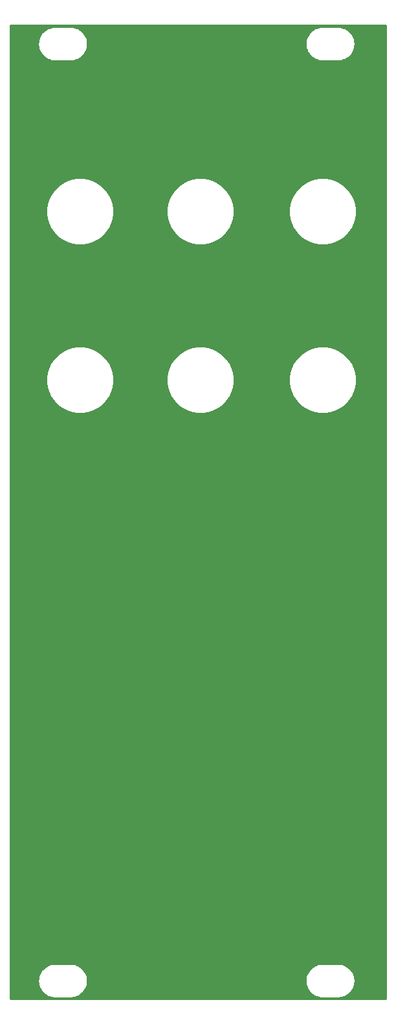
<source format=gbr>
G04 #@! TF.GenerationSoftware,KiCad,Pcbnew,(5.1.5-0)*
G04 #@! TF.CreationDate,2021-01-08T11:50:31-08:00*
G04 #@! TF.ProjectId,duallpg,6475616c-6c70-4672-9e6b-696361645f70,rev?*
G04 #@! TF.SameCoordinates,Original*
G04 #@! TF.FileFunction,Copper,L1,Top*
G04 #@! TF.FilePolarity,Positive*
%FSLAX46Y46*%
G04 Gerber Fmt 4.6, Leading zero omitted, Abs format (unit mm)*
G04 Created by KiCad (PCBNEW (5.1.5-0)) date 2021-01-08 11:50:31*
%MOMM*%
%LPD*%
G04 APERTURE LIST*
%ADD10C,6.100000*%
%ADD11C,0.254000*%
G04 APERTURE END LIST*
D10*
X143250000Y-5000000D03*
X131250000Y-5000000D03*
X119250000Y-5000000D03*
X107250000Y-5000000D03*
X107250000Y11000000D03*
X119250000Y11000000D03*
X131250000Y11000000D03*
X143250000Y11000000D03*
D11*
G36*
X149740001Y-27840000D02*
G01*
X100660000Y-27840000D01*
X100660000Y-25451353D01*
X104242755Y-25451353D01*
X104243173Y-25511171D01*
X104242755Y-25570988D01*
X104243655Y-25580160D01*
X104276296Y-25890715D01*
X104288320Y-25949291D01*
X104299532Y-26008070D01*
X104302196Y-26016892D01*
X104394535Y-26315192D01*
X104417715Y-26370335D01*
X104440124Y-26425800D01*
X104444451Y-26433937D01*
X104592972Y-26708621D01*
X104626417Y-26758205D01*
X104659177Y-26808268D01*
X104665001Y-26815409D01*
X104864047Y-27056013D01*
X104906482Y-27098154D01*
X104948346Y-27140903D01*
X104955446Y-27146777D01*
X105197435Y-27344138D01*
X105247259Y-27377241D01*
X105296615Y-27411036D01*
X105304721Y-27415419D01*
X105580435Y-27562019D01*
X105635704Y-27584799D01*
X105690724Y-27608381D01*
X105699527Y-27611105D01*
X105998465Y-27701359D01*
X106057138Y-27712976D01*
X106115655Y-27725415D01*
X106124820Y-27726378D01*
X106435594Y-27756850D01*
X106435598Y-27756850D01*
X106467581Y-27760000D01*
X108532419Y-27760000D01*
X108565986Y-27756694D01*
X108586744Y-27756694D01*
X108595909Y-27755731D01*
X108906228Y-27720923D01*
X108964731Y-27708487D01*
X109023419Y-27696867D01*
X109032222Y-27694142D01*
X109329870Y-27599723D01*
X109384792Y-27576183D01*
X109440159Y-27553363D01*
X109448265Y-27548979D01*
X109721904Y-27398544D01*
X109771217Y-27364779D01*
X109821088Y-27331645D01*
X109828188Y-27325770D01*
X110067397Y-27125049D01*
X110109241Y-27082320D01*
X110151694Y-27040162D01*
X110157519Y-27033020D01*
X110353185Y-26789660D01*
X110385938Y-26739608D01*
X110419391Y-26690013D01*
X110423714Y-26681881D01*
X110423717Y-26681877D01*
X110423719Y-26681873D01*
X110568388Y-26405146D01*
X110590785Y-26349711D01*
X110613978Y-26294539D01*
X110616641Y-26285717D01*
X110704807Y-25986156D01*
X110716007Y-25927440D01*
X110728045Y-25868798D01*
X110728944Y-25859627D01*
X110757245Y-25548647D01*
X110756827Y-25488830D01*
X110757088Y-25451353D01*
X139242755Y-25451353D01*
X139243173Y-25511171D01*
X139242755Y-25570988D01*
X139243655Y-25580160D01*
X139276296Y-25890715D01*
X139288320Y-25949291D01*
X139299532Y-26008070D01*
X139302196Y-26016892D01*
X139394535Y-26315192D01*
X139417715Y-26370335D01*
X139440124Y-26425800D01*
X139444451Y-26433937D01*
X139592972Y-26708621D01*
X139626417Y-26758205D01*
X139659177Y-26808268D01*
X139665001Y-26815409D01*
X139864047Y-27056013D01*
X139906482Y-27098154D01*
X139948346Y-27140903D01*
X139955446Y-27146777D01*
X140197435Y-27344138D01*
X140247259Y-27377241D01*
X140296615Y-27411036D01*
X140304721Y-27415419D01*
X140580435Y-27562019D01*
X140635704Y-27584799D01*
X140690724Y-27608381D01*
X140699527Y-27611105D01*
X140998465Y-27701359D01*
X141057138Y-27712976D01*
X141115655Y-27725415D01*
X141124820Y-27726378D01*
X141435594Y-27756850D01*
X141435598Y-27756850D01*
X141467581Y-27760000D01*
X143532419Y-27760000D01*
X143565986Y-27756694D01*
X143586744Y-27756694D01*
X143595909Y-27755731D01*
X143906228Y-27720923D01*
X143964731Y-27708487D01*
X144023419Y-27696867D01*
X144032222Y-27694142D01*
X144329870Y-27599723D01*
X144384792Y-27576183D01*
X144440159Y-27553363D01*
X144448265Y-27548979D01*
X144721904Y-27398544D01*
X144771217Y-27364779D01*
X144821088Y-27331645D01*
X144828188Y-27325770D01*
X145067397Y-27125049D01*
X145109241Y-27082320D01*
X145151694Y-27040162D01*
X145157519Y-27033020D01*
X145353185Y-26789660D01*
X145385938Y-26739608D01*
X145419391Y-26690013D01*
X145423714Y-26681881D01*
X145423717Y-26681877D01*
X145423719Y-26681873D01*
X145568388Y-26405146D01*
X145590785Y-26349711D01*
X145613978Y-26294539D01*
X145616641Y-26285717D01*
X145704807Y-25986156D01*
X145716007Y-25927440D01*
X145728045Y-25868798D01*
X145728944Y-25859627D01*
X145757245Y-25548647D01*
X145756827Y-25488830D01*
X145757245Y-25429012D01*
X145756345Y-25419841D01*
X145723704Y-25109285D01*
X145711680Y-25050709D01*
X145700468Y-24991930D01*
X145697804Y-24983108D01*
X145605465Y-24684808D01*
X145582280Y-24629653D01*
X145559876Y-24574200D01*
X145555549Y-24566064D01*
X145555549Y-24566063D01*
X145555546Y-24566059D01*
X145407028Y-24291379D01*
X145373583Y-24241795D01*
X145340823Y-24191732D01*
X145334999Y-24184591D01*
X145135954Y-23943987D01*
X145093535Y-23901863D01*
X145051655Y-23859097D01*
X145044554Y-23853223D01*
X144802565Y-23655862D01*
X144752741Y-23622759D01*
X144703385Y-23588964D01*
X144695279Y-23584581D01*
X144419566Y-23437981D01*
X144364269Y-23415189D01*
X144309275Y-23391619D01*
X144300472Y-23388895D01*
X144001535Y-23298641D01*
X143942862Y-23287024D01*
X143884345Y-23274585D01*
X143875180Y-23273622D01*
X143564405Y-23243150D01*
X143564402Y-23243150D01*
X143532419Y-23240000D01*
X141467581Y-23240000D01*
X141434014Y-23243306D01*
X141413256Y-23243306D01*
X141404091Y-23244269D01*
X141093771Y-23279077D01*
X141035298Y-23291506D01*
X140976581Y-23303132D01*
X140967778Y-23305858D01*
X140670130Y-23400277D01*
X140615147Y-23423843D01*
X140559841Y-23446638D01*
X140551735Y-23451021D01*
X140278095Y-23601456D01*
X140228748Y-23635245D01*
X140178913Y-23668355D01*
X140171812Y-23674229D01*
X139932603Y-23874951D01*
X139890759Y-23917681D01*
X139848305Y-23959839D01*
X139842481Y-23966980D01*
X139646814Y-24210340D01*
X139614055Y-24260400D01*
X139580609Y-24309986D01*
X139576283Y-24318123D01*
X139431612Y-24594854D01*
X139409215Y-24650289D01*
X139386022Y-24705461D01*
X139383359Y-24714283D01*
X139295193Y-25013844D01*
X139283993Y-25072560D01*
X139271955Y-25131202D01*
X139271056Y-25140373D01*
X139242755Y-25451353D01*
X110757088Y-25451353D01*
X110757245Y-25429012D01*
X110756345Y-25419841D01*
X110723704Y-25109285D01*
X110711680Y-25050709D01*
X110700468Y-24991930D01*
X110697804Y-24983108D01*
X110605465Y-24684808D01*
X110582280Y-24629653D01*
X110559876Y-24574200D01*
X110555549Y-24566064D01*
X110555549Y-24566063D01*
X110555546Y-24566059D01*
X110407028Y-24291379D01*
X110373583Y-24241795D01*
X110340823Y-24191732D01*
X110334999Y-24184591D01*
X110135954Y-23943987D01*
X110093535Y-23901863D01*
X110051655Y-23859097D01*
X110044554Y-23853223D01*
X109802565Y-23655862D01*
X109752741Y-23622759D01*
X109703385Y-23588964D01*
X109695279Y-23584581D01*
X109419566Y-23437981D01*
X109364269Y-23415189D01*
X109309275Y-23391619D01*
X109300472Y-23388895D01*
X109001535Y-23298641D01*
X108942862Y-23287024D01*
X108884345Y-23274585D01*
X108875180Y-23273622D01*
X108564405Y-23243150D01*
X108564402Y-23243150D01*
X108532419Y-23240000D01*
X106467581Y-23240000D01*
X106434014Y-23243306D01*
X106413256Y-23243306D01*
X106404091Y-23244269D01*
X106093771Y-23279077D01*
X106035298Y-23291506D01*
X105976581Y-23303132D01*
X105967778Y-23305858D01*
X105670130Y-23400277D01*
X105615147Y-23423843D01*
X105559841Y-23446638D01*
X105551735Y-23451021D01*
X105278095Y-23601456D01*
X105228748Y-23635245D01*
X105178913Y-23668355D01*
X105171812Y-23674229D01*
X104932603Y-23874951D01*
X104890759Y-23917681D01*
X104848305Y-23959839D01*
X104842481Y-23966980D01*
X104646814Y-24210340D01*
X104614055Y-24260400D01*
X104580609Y-24309986D01*
X104576283Y-24318123D01*
X104431612Y-24594854D01*
X104409215Y-24650289D01*
X104386022Y-24705461D01*
X104383359Y-24714283D01*
X104295193Y-25013844D01*
X104283993Y-25072560D01*
X104271955Y-25131202D01*
X104271056Y-25140373D01*
X104242755Y-25451353D01*
X100660000Y-25451353D01*
X100660000Y53434216D01*
X105341332Y53434216D01*
X105341332Y52565784D01*
X105510754Y51714039D01*
X105843089Y50911712D01*
X106325564Y50189638D01*
X106939638Y49575564D01*
X107661712Y49093089D01*
X108464039Y48760754D01*
X109315784Y48591332D01*
X110184216Y48591332D01*
X111035961Y48760754D01*
X111838288Y49093089D01*
X112560362Y49575564D01*
X113174436Y50189638D01*
X113656911Y50911712D01*
X113989246Y51714039D01*
X114158668Y52565784D01*
X114158668Y53434216D01*
X121091332Y53434216D01*
X121091332Y52565784D01*
X121260754Y51714039D01*
X121593089Y50911712D01*
X122075564Y50189638D01*
X122689638Y49575564D01*
X123411712Y49093089D01*
X124214039Y48760754D01*
X125065784Y48591332D01*
X125934216Y48591332D01*
X126785961Y48760754D01*
X127588288Y49093089D01*
X128310362Y49575564D01*
X128924436Y50189638D01*
X129406911Y50911712D01*
X129739246Y51714039D01*
X129908668Y52565784D01*
X129908668Y53434216D01*
X137091332Y53434216D01*
X137091332Y52565784D01*
X137260754Y51714039D01*
X137593089Y50911712D01*
X138075564Y50189638D01*
X138689638Y49575564D01*
X139411712Y49093089D01*
X140214039Y48760754D01*
X141065784Y48591332D01*
X141934216Y48591332D01*
X142785961Y48760754D01*
X143588288Y49093089D01*
X144310362Y49575564D01*
X144924436Y50189638D01*
X145406911Y50911712D01*
X145739246Y51714039D01*
X145908668Y52565784D01*
X145908668Y53434216D01*
X145739246Y54285961D01*
X145406911Y55088288D01*
X144924436Y55810362D01*
X144310362Y56424436D01*
X143588288Y56906911D01*
X142785961Y57239246D01*
X141934216Y57408668D01*
X141065784Y57408668D01*
X140214039Y57239246D01*
X139411712Y56906911D01*
X138689638Y56424436D01*
X138075564Y55810362D01*
X137593089Y55088288D01*
X137260754Y54285961D01*
X137091332Y53434216D01*
X129908668Y53434216D01*
X129739246Y54285961D01*
X129406911Y55088288D01*
X128924436Y55810362D01*
X128310362Y56424436D01*
X127588288Y56906911D01*
X126785961Y57239246D01*
X125934216Y57408668D01*
X125065784Y57408668D01*
X124214039Y57239246D01*
X123411712Y56906911D01*
X122689638Y56424436D01*
X122075564Y55810362D01*
X121593089Y55088288D01*
X121260754Y54285961D01*
X121091332Y53434216D01*
X114158668Y53434216D01*
X113989246Y54285961D01*
X113656911Y55088288D01*
X113174436Y55810362D01*
X112560362Y56424436D01*
X111838288Y56906911D01*
X111035961Y57239246D01*
X110184216Y57408668D01*
X109315784Y57408668D01*
X108464039Y57239246D01*
X107661712Y56906911D01*
X106939638Y56424436D01*
X106325564Y55810362D01*
X105843089Y55088288D01*
X105510754Y54285961D01*
X105341332Y53434216D01*
X100660000Y53434216D01*
X100660000Y75434216D01*
X105341332Y75434216D01*
X105341332Y74565784D01*
X105510754Y73714039D01*
X105843089Y72911712D01*
X106325564Y72189638D01*
X106939638Y71575564D01*
X107661712Y71093089D01*
X108464039Y70760754D01*
X109315784Y70591332D01*
X110184216Y70591332D01*
X111035961Y70760754D01*
X111838288Y71093089D01*
X112560362Y71575564D01*
X113174436Y72189638D01*
X113656911Y72911712D01*
X113989246Y73714039D01*
X114158668Y74565784D01*
X114158668Y75434216D01*
X121091332Y75434216D01*
X121091332Y74565784D01*
X121260754Y73714039D01*
X121593089Y72911712D01*
X122075564Y72189638D01*
X122689638Y71575564D01*
X123411712Y71093089D01*
X124214039Y70760754D01*
X125065784Y70591332D01*
X125934216Y70591332D01*
X126785961Y70760754D01*
X127588288Y71093089D01*
X128310362Y71575564D01*
X128924436Y72189638D01*
X129406911Y72911712D01*
X129739246Y73714039D01*
X129908668Y74565784D01*
X129908668Y75434216D01*
X137091332Y75434216D01*
X137091332Y74565784D01*
X137260754Y73714039D01*
X137593089Y72911712D01*
X138075564Y72189638D01*
X138689638Y71575564D01*
X139411712Y71093089D01*
X140214039Y70760754D01*
X141065784Y70591332D01*
X141934216Y70591332D01*
X142785961Y70760754D01*
X143588288Y71093089D01*
X144310362Y71575564D01*
X144924436Y72189638D01*
X145406911Y72911712D01*
X145739246Y73714039D01*
X145908668Y74565784D01*
X145908668Y75434216D01*
X145739246Y76285961D01*
X145406911Y77088288D01*
X144924436Y77810362D01*
X144310362Y78424436D01*
X143588288Y78906911D01*
X142785961Y79239246D01*
X141934216Y79408668D01*
X141065784Y79408668D01*
X140214039Y79239246D01*
X139411712Y78906911D01*
X138689638Y78424436D01*
X138075564Y77810362D01*
X137593089Y77088288D01*
X137260754Y76285961D01*
X137091332Y75434216D01*
X129908668Y75434216D01*
X129739246Y76285961D01*
X129406911Y77088288D01*
X128924436Y77810362D01*
X128310362Y78424436D01*
X127588288Y78906911D01*
X126785961Y79239246D01*
X125934216Y79408668D01*
X125065784Y79408668D01*
X124214039Y79239246D01*
X123411712Y78906911D01*
X122689638Y78424436D01*
X122075564Y77810362D01*
X121593089Y77088288D01*
X121260754Y76285961D01*
X121091332Y75434216D01*
X114158668Y75434216D01*
X113989246Y76285961D01*
X113656911Y77088288D01*
X113174436Y77810362D01*
X112560362Y78424436D01*
X111838288Y78906911D01*
X111035961Y79239246D01*
X110184216Y79408668D01*
X109315784Y79408668D01*
X108464039Y79239246D01*
X107661712Y78906911D01*
X106939638Y78424436D01*
X106325564Y77810362D01*
X105843089Y77088288D01*
X105510754Y76285961D01*
X105341332Y75434216D01*
X100660000Y75434216D01*
X100660000Y96948647D01*
X104242755Y96948647D01*
X104243173Y96888829D01*
X104242755Y96829012D01*
X104243655Y96819840D01*
X104276296Y96509285D01*
X104288320Y96450709D01*
X104299532Y96391930D01*
X104302196Y96383108D01*
X104394535Y96084808D01*
X104417715Y96029665D01*
X104440124Y95974200D01*
X104444451Y95966063D01*
X104592972Y95691379D01*
X104626417Y95641795D01*
X104659177Y95591732D01*
X104665001Y95584591D01*
X104864047Y95343987D01*
X104906482Y95301846D01*
X104948346Y95259097D01*
X104955446Y95253223D01*
X105197435Y95055862D01*
X105247259Y95022759D01*
X105296615Y94988964D01*
X105304721Y94984581D01*
X105580435Y94837981D01*
X105635704Y94815201D01*
X105690724Y94791619D01*
X105699527Y94788895D01*
X105998465Y94698641D01*
X106057138Y94687024D01*
X106115655Y94674585D01*
X106124820Y94673622D01*
X106435594Y94643150D01*
X106435598Y94643150D01*
X106467581Y94640000D01*
X108532419Y94640000D01*
X108565986Y94643306D01*
X108586744Y94643306D01*
X108595909Y94644269D01*
X108906228Y94679077D01*
X108964731Y94691513D01*
X109023419Y94703133D01*
X109032222Y94705858D01*
X109329870Y94800277D01*
X109384792Y94823817D01*
X109440159Y94846637D01*
X109448265Y94851021D01*
X109721904Y95001456D01*
X109771217Y95035221D01*
X109821088Y95068355D01*
X109828188Y95074230D01*
X110067397Y95274951D01*
X110109241Y95317680D01*
X110151694Y95359838D01*
X110157519Y95366980D01*
X110353185Y95610340D01*
X110385938Y95660392D01*
X110419391Y95709987D01*
X110423714Y95718119D01*
X110423717Y95718123D01*
X110423719Y95718127D01*
X110568388Y95994854D01*
X110590785Y96050289D01*
X110613978Y96105461D01*
X110616641Y96114283D01*
X110704807Y96413844D01*
X110716007Y96472560D01*
X110728045Y96531202D01*
X110728944Y96540373D01*
X110757245Y96851353D01*
X110756827Y96911171D01*
X110757088Y96948647D01*
X139242755Y96948647D01*
X139243173Y96888829D01*
X139242755Y96829012D01*
X139243655Y96819840D01*
X139276296Y96509285D01*
X139288320Y96450709D01*
X139299532Y96391930D01*
X139302196Y96383108D01*
X139394535Y96084808D01*
X139417715Y96029665D01*
X139440124Y95974200D01*
X139444451Y95966063D01*
X139592972Y95691379D01*
X139626417Y95641795D01*
X139659177Y95591732D01*
X139665001Y95584591D01*
X139864047Y95343987D01*
X139906482Y95301846D01*
X139948346Y95259097D01*
X139955446Y95253223D01*
X140197435Y95055862D01*
X140247259Y95022759D01*
X140296615Y94988964D01*
X140304721Y94984581D01*
X140580435Y94837981D01*
X140635704Y94815201D01*
X140690724Y94791619D01*
X140699527Y94788895D01*
X140998465Y94698641D01*
X141057138Y94687024D01*
X141115655Y94674585D01*
X141124820Y94673622D01*
X141435594Y94643150D01*
X141435598Y94643150D01*
X141467581Y94640000D01*
X143532419Y94640000D01*
X143565986Y94643306D01*
X143586744Y94643306D01*
X143595909Y94644269D01*
X143906228Y94679077D01*
X143964731Y94691513D01*
X144023419Y94703133D01*
X144032222Y94705858D01*
X144329870Y94800277D01*
X144384792Y94823817D01*
X144440159Y94846637D01*
X144448265Y94851021D01*
X144721904Y95001456D01*
X144771217Y95035221D01*
X144821088Y95068355D01*
X144828188Y95074230D01*
X145067397Y95274951D01*
X145109241Y95317680D01*
X145151694Y95359838D01*
X145157519Y95366980D01*
X145353185Y95610340D01*
X145385938Y95660392D01*
X145419391Y95709987D01*
X145423714Y95718119D01*
X145423717Y95718123D01*
X145423719Y95718127D01*
X145568388Y95994854D01*
X145590785Y96050289D01*
X145613978Y96105461D01*
X145616641Y96114283D01*
X145704807Y96413844D01*
X145716007Y96472560D01*
X145728045Y96531202D01*
X145728944Y96540373D01*
X145757245Y96851353D01*
X145756827Y96911170D01*
X145757245Y96970988D01*
X145756345Y96980159D01*
X145723704Y97290715D01*
X145711680Y97349291D01*
X145700468Y97408070D01*
X145697804Y97416892D01*
X145605465Y97715192D01*
X145582280Y97770347D01*
X145559876Y97825800D01*
X145555549Y97833936D01*
X145555549Y97833937D01*
X145555546Y97833941D01*
X145407028Y98108621D01*
X145373583Y98158205D01*
X145340823Y98208268D01*
X145334999Y98215409D01*
X145135954Y98456013D01*
X145093535Y98498137D01*
X145051655Y98540903D01*
X145044554Y98546777D01*
X144802565Y98744138D01*
X144752741Y98777241D01*
X144703385Y98811036D01*
X144695279Y98815419D01*
X144419566Y98962019D01*
X144364269Y98984811D01*
X144309275Y99008381D01*
X144300472Y99011105D01*
X144001535Y99101359D01*
X143942862Y99112976D01*
X143884345Y99125415D01*
X143875180Y99126378D01*
X143564405Y99156850D01*
X143564402Y99156850D01*
X143532419Y99160000D01*
X141467581Y99160000D01*
X141434014Y99156694D01*
X141413256Y99156694D01*
X141404091Y99155731D01*
X141093771Y99120923D01*
X141035298Y99108494D01*
X140976581Y99096868D01*
X140967778Y99094142D01*
X140670130Y98999723D01*
X140615147Y98976157D01*
X140559841Y98953362D01*
X140551735Y98948979D01*
X140278095Y98798544D01*
X140228748Y98764755D01*
X140178913Y98731645D01*
X140171812Y98725771D01*
X139932603Y98525049D01*
X139890759Y98482319D01*
X139848305Y98440161D01*
X139842481Y98433020D01*
X139646814Y98189660D01*
X139614055Y98139600D01*
X139580609Y98090014D01*
X139576283Y98081877D01*
X139431612Y97805146D01*
X139409215Y97749711D01*
X139386022Y97694539D01*
X139383359Y97685717D01*
X139295193Y97386156D01*
X139283993Y97327440D01*
X139271955Y97268798D01*
X139271056Y97259627D01*
X139242755Y96948647D01*
X110757088Y96948647D01*
X110757245Y96970988D01*
X110756345Y96980159D01*
X110723704Y97290715D01*
X110711680Y97349291D01*
X110700468Y97408070D01*
X110697804Y97416892D01*
X110605465Y97715192D01*
X110582280Y97770347D01*
X110559876Y97825800D01*
X110555549Y97833936D01*
X110555549Y97833937D01*
X110555546Y97833941D01*
X110407028Y98108621D01*
X110373583Y98158205D01*
X110340823Y98208268D01*
X110334999Y98215409D01*
X110135954Y98456013D01*
X110093535Y98498137D01*
X110051655Y98540903D01*
X110044554Y98546777D01*
X109802565Y98744138D01*
X109752741Y98777241D01*
X109703385Y98811036D01*
X109695279Y98815419D01*
X109419566Y98962019D01*
X109364269Y98984811D01*
X109309275Y99008381D01*
X109300472Y99011105D01*
X109001535Y99101359D01*
X108942862Y99112976D01*
X108884345Y99125415D01*
X108875180Y99126378D01*
X108564405Y99156850D01*
X108564402Y99156850D01*
X108532419Y99160000D01*
X106467581Y99160000D01*
X106434014Y99156694D01*
X106413256Y99156694D01*
X106404091Y99155731D01*
X106093771Y99120923D01*
X106035298Y99108494D01*
X105976581Y99096868D01*
X105967778Y99094142D01*
X105670130Y98999723D01*
X105615147Y98976157D01*
X105559841Y98953362D01*
X105551735Y98948979D01*
X105278095Y98798544D01*
X105228748Y98764755D01*
X105178913Y98731645D01*
X105171812Y98725771D01*
X104932603Y98525049D01*
X104890759Y98482319D01*
X104848305Y98440161D01*
X104842481Y98433020D01*
X104646814Y98189660D01*
X104614055Y98139600D01*
X104580609Y98090014D01*
X104576283Y98081877D01*
X104431612Y97805146D01*
X104409215Y97749711D01*
X104386022Y97694539D01*
X104383359Y97685717D01*
X104295193Y97386156D01*
X104283993Y97327440D01*
X104271955Y97268798D01*
X104271056Y97259627D01*
X104242755Y96948647D01*
X100660000Y96948647D01*
X100660000Y99340000D01*
X149740000Y99340000D01*
X149740001Y-27840000D01*
G37*
X149740001Y-27840000D02*
X100660000Y-27840000D01*
X100660000Y-25451353D01*
X104242755Y-25451353D01*
X104243173Y-25511171D01*
X104242755Y-25570988D01*
X104243655Y-25580160D01*
X104276296Y-25890715D01*
X104288320Y-25949291D01*
X104299532Y-26008070D01*
X104302196Y-26016892D01*
X104394535Y-26315192D01*
X104417715Y-26370335D01*
X104440124Y-26425800D01*
X104444451Y-26433937D01*
X104592972Y-26708621D01*
X104626417Y-26758205D01*
X104659177Y-26808268D01*
X104665001Y-26815409D01*
X104864047Y-27056013D01*
X104906482Y-27098154D01*
X104948346Y-27140903D01*
X104955446Y-27146777D01*
X105197435Y-27344138D01*
X105247259Y-27377241D01*
X105296615Y-27411036D01*
X105304721Y-27415419D01*
X105580435Y-27562019D01*
X105635704Y-27584799D01*
X105690724Y-27608381D01*
X105699527Y-27611105D01*
X105998465Y-27701359D01*
X106057138Y-27712976D01*
X106115655Y-27725415D01*
X106124820Y-27726378D01*
X106435594Y-27756850D01*
X106435598Y-27756850D01*
X106467581Y-27760000D01*
X108532419Y-27760000D01*
X108565986Y-27756694D01*
X108586744Y-27756694D01*
X108595909Y-27755731D01*
X108906228Y-27720923D01*
X108964731Y-27708487D01*
X109023419Y-27696867D01*
X109032222Y-27694142D01*
X109329870Y-27599723D01*
X109384792Y-27576183D01*
X109440159Y-27553363D01*
X109448265Y-27548979D01*
X109721904Y-27398544D01*
X109771217Y-27364779D01*
X109821088Y-27331645D01*
X109828188Y-27325770D01*
X110067397Y-27125049D01*
X110109241Y-27082320D01*
X110151694Y-27040162D01*
X110157519Y-27033020D01*
X110353185Y-26789660D01*
X110385938Y-26739608D01*
X110419391Y-26690013D01*
X110423714Y-26681881D01*
X110423717Y-26681877D01*
X110423719Y-26681873D01*
X110568388Y-26405146D01*
X110590785Y-26349711D01*
X110613978Y-26294539D01*
X110616641Y-26285717D01*
X110704807Y-25986156D01*
X110716007Y-25927440D01*
X110728045Y-25868798D01*
X110728944Y-25859627D01*
X110757245Y-25548647D01*
X110756827Y-25488830D01*
X110757088Y-25451353D01*
X139242755Y-25451353D01*
X139243173Y-25511171D01*
X139242755Y-25570988D01*
X139243655Y-25580160D01*
X139276296Y-25890715D01*
X139288320Y-25949291D01*
X139299532Y-26008070D01*
X139302196Y-26016892D01*
X139394535Y-26315192D01*
X139417715Y-26370335D01*
X139440124Y-26425800D01*
X139444451Y-26433937D01*
X139592972Y-26708621D01*
X139626417Y-26758205D01*
X139659177Y-26808268D01*
X139665001Y-26815409D01*
X139864047Y-27056013D01*
X139906482Y-27098154D01*
X139948346Y-27140903D01*
X139955446Y-27146777D01*
X140197435Y-27344138D01*
X140247259Y-27377241D01*
X140296615Y-27411036D01*
X140304721Y-27415419D01*
X140580435Y-27562019D01*
X140635704Y-27584799D01*
X140690724Y-27608381D01*
X140699527Y-27611105D01*
X140998465Y-27701359D01*
X141057138Y-27712976D01*
X141115655Y-27725415D01*
X141124820Y-27726378D01*
X141435594Y-27756850D01*
X141435598Y-27756850D01*
X141467581Y-27760000D01*
X143532419Y-27760000D01*
X143565986Y-27756694D01*
X143586744Y-27756694D01*
X143595909Y-27755731D01*
X143906228Y-27720923D01*
X143964731Y-27708487D01*
X144023419Y-27696867D01*
X144032222Y-27694142D01*
X144329870Y-27599723D01*
X144384792Y-27576183D01*
X144440159Y-27553363D01*
X144448265Y-27548979D01*
X144721904Y-27398544D01*
X144771217Y-27364779D01*
X144821088Y-27331645D01*
X144828188Y-27325770D01*
X145067397Y-27125049D01*
X145109241Y-27082320D01*
X145151694Y-27040162D01*
X145157519Y-27033020D01*
X145353185Y-26789660D01*
X145385938Y-26739608D01*
X145419391Y-26690013D01*
X145423714Y-26681881D01*
X145423717Y-26681877D01*
X145423719Y-26681873D01*
X145568388Y-26405146D01*
X145590785Y-26349711D01*
X145613978Y-26294539D01*
X145616641Y-26285717D01*
X145704807Y-25986156D01*
X145716007Y-25927440D01*
X145728045Y-25868798D01*
X145728944Y-25859627D01*
X145757245Y-25548647D01*
X145756827Y-25488830D01*
X145757245Y-25429012D01*
X145756345Y-25419841D01*
X145723704Y-25109285D01*
X145711680Y-25050709D01*
X145700468Y-24991930D01*
X145697804Y-24983108D01*
X145605465Y-24684808D01*
X145582280Y-24629653D01*
X145559876Y-24574200D01*
X145555549Y-24566064D01*
X145555549Y-24566063D01*
X145555546Y-24566059D01*
X145407028Y-24291379D01*
X145373583Y-24241795D01*
X145340823Y-24191732D01*
X145334999Y-24184591D01*
X145135954Y-23943987D01*
X145093535Y-23901863D01*
X145051655Y-23859097D01*
X145044554Y-23853223D01*
X144802565Y-23655862D01*
X144752741Y-23622759D01*
X144703385Y-23588964D01*
X144695279Y-23584581D01*
X144419566Y-23437981D01*
X144364269Y-23415189D01*
X144309275Y-23391619D01*
X144300472Y-23388895D01*
X144001535Y-23298641D01*
X143942862Y-23287024D01*
X143884345Y-23274585D01*
X143875180Y-23273622D01*
X143564405Y-23243150D01*
X143564402Y-23243150D01*
X143532419Y-23240000D01*
X141467581Y-23240000D01*
X141434014Y-23243306D01*
X141413256Y-23243306D01*
X141404091Y-23244269D01*
X141093771Y-23279077D01*
X141035298Y-23291506D01*
X140976581Y-23303132D01*
X140967778Y-23305858D01*
X140670130Y-23400277D01*
X140615147Y-23423843D01*
X140559841Y-23446638D01*
X140551735Y-23451021D01*
X140278095Y-23601456D01*
X140228748Y-23635245D01*
X140178913Y-23668355D01*
X140171812Y-23674229D01*
X139932603Y-23874951D01*
X139890759Y-23917681D01*
X139848305Y-23959839D01*
X139842481Y-23966980D01*
X139646814Y-24210340D01*
X139614055Y-24260400D01*
X139580609Y-24309986D01*
X139576283Y-24318123D01*
X139431612Y-24594854D01*
X139409215Y-24650289D01*
X139386022Y-24705461D01*
X139383359Y-24714283D01*
X139295193Y-25013844D01*
X139283993Y-25072560D01*
X139271955Y-25131202D01*
X139271056Y-25140373D01*
X139242755Y-25451353D01*
X110757088Y-25451353D01*
X110757245Y-25429012D01*
X110756345Y-25419841D01*
X110723704Y-25109285D01*
X110711680Y-25050709D01*
X110700468Y-24991930D01*
X110697804Y-24983108D01*
X110605465Y-24684808D01*
X110582280Y-24629653D01*
X110559876Y-24574200D01*
X110555549Y-24566064D01*
X110555549Y-24566063D01*
X110555546Y-24566059D01*
X110407028Y-24291379D01*
X110373583Y-24241795D01*
X110340823Y-24191732D01*
X110334999Y-24184591D01*
X110135954Y-23943987D01*
X110093535Y-23901863D01*
X110051655Y-23859097D01*
X110044554Y-23853223D01*
X109802565Y-23655862D01*
X109752741Y-23622759D01*
X109703385Y-23588964D01*
X109695279Y-23584581D01*
X109419566Y-23437981D01*
X109364269Y-23415189D01*
X109309275Y-23391619D01*
X109300472Y-23388895D01*
X109001535Y-23298641D01*
X108942862Y-23287024D01*
X108884345Y-23274585D01*
X108875180Y-23273622D01*
X108564405Y-23243150D01*
X108564402Y-23243150D01*
X108532419Y-23240000D01*
X106467581Y-23240000D01*
X106434014Y-23243306D01*
X106413256Y-23243306D01*
X106404091Y-23244269D01*
X106093771Y-23279077D01*
X106035298Y-23291506D01*
X105976581Y-23303132D01*
X105967778Y-23305858D01*
X105670130Y-23400277D01*
X105615147Y-23423843D01*
X105559841Y-23446638D01*
X105551735Y-23451021D01*
X105278095Y-23601456D01*
X105228748Y-23635245D01*
X105178913Y-23668355D01*
X105171812Y-23674229D01*
X104932603Y-23874951D01*
X104890759Y-23917681D01*
X104848305Y-23959839D01*
X104842481Y-23966980D01*
X104646814Y-24210340D01*
X104614055Y-24260400D01*
X104580609Y-24309986D01*
X104576283Y-24318123D01*
X104431612Y-24594854D01*
X104409215Y-24650289D01*
X104386022Y-24705461D01*
X104383359Y-24714283D01*
X104295193Y-25013844D01*
X104283993Y-25072560D01*
X104271955Y-25131202D01*
X104271056Y-25140373D01*
X104242755Y-25451353D01*
X100660000Y-25451353D01*
X100660000Y53434216D01*
X105341332Y53434216D01*
X105341332Y52565784D01*
X105510754Y51714039D01*
X105843089Y50911712D01*
X106325564Y50189638D01*
X106939638Y49575564D01*
X107661712Y49093089D01*
X108464039Y48760754D01*
X109315784Y48591332D01*
X110184216Y48591332D01*
X111035961Y48760754D01*
X111838288Y49093089D01*
X112560362Y49575564D01*
X113174436Y50189638D01*
X113656911Y50911712D01*
X113989246Y51714039D01*
X114158668Y52565784D01*
X114158668Y53434216D01*
X121091332Y53434216D01*
X121091332Y52565784D01*
X121260754Y51714039D01*
X121593089Y50911712D01*
X122075564Y50189638D01*
X122689638Y49575564D01*
X123411712Y49093089D01*
X124214039Y48760754D01*
X125065784Y48591332D01*
X125934216Y48591332D01*
X126785961Y48760754D01*
X127588288Y49093089D01*
X128310362Y49575564D01*
X128924436Y50189638D01*
X129406911Y50911712D01*
X129739246Y51714039D01*
X129908668Y52565784D01*
X129908668Y53434216D01*
X137091332Y53434216D01*
X137091332Y52565784D01*
X137260754Y51714039D01*
X137593089Y50911712D01*
X138075564Y50189638D01*
X138689638Y49575564D01*
X139411712Y49093089D01*
X140214039Y48760754D01*
X141065784Y48591332D01*
X141934216Y48591332D01*
X142785961Y48760754D01*
X143588288Y49093089D01*
X144310362Y49575564D01*
X144924436Y50189638D01*
X145406911Y50911712D01*
X145739246Y51714039D01*
X145908668Y52565784D01*
X145908668Y53434216D01*
X145739246Y54285961D01*
X145406911Y55088288D01*
X144924436Y55810362D01*
X144310362Y56424436D01*
X143588288Y56906911D01*
X142785961Y57239246D01*
X141934216Y57408668D01*
X141065784Y57408668D01*
X140214039Y57239246D01*
X139411712Y56906911D01*
X138689638Y56424436D01*
X138075564Y55810362D01*
X137593089Y55088288D01*
X137260754Y54285961D01*
X137091332Y53434216D01*
X129908668Y53434216D01*
X129739246Y54285961D01*
X129406911Y55088288D01*
X128924436Y55810362D01*
X128310362Y56424436D01*
X127588288Y56906911D01*
X126785961Y57239246D01*
X125934216Y57408668D01*
X125065784Y57408668D01*
X124214039Y57239246D01*
X123411712Y56906911D01*
X122689638Y56424436D01*
X122075564Y55810362D01*
X121593089Y55088288D01*
X121260754Y54285961D01*
X121091332Y53434216D01*
X114158668Y53434216D01*
X113989246Y54285961D01*
X113656911Y55088288D01*
X113174436Y55810362D01*
X112560362Y56424436D01*
X111838288Y56906911D01*
X111035961Y57239246D01*
X110184216Y57408668D01*
X109315784Y57408668D01*
X108464039Y57239246D01*
X107661712Y56906911D01*
X106939638Y56424436D01*
X106325564Y55810362D01*
X105843089Y55088288D01*
X105510754Y54285961D01*
X105341332Y53434216D01*
X100660000Y53434216D01*
X100660000Y75434216D01*
X105341332Y75434216D01*
X105341332Y74565784D01*
X105510754Y73714039D01*
X105843089Y72911712D01*
X106325564Y72189638D01*
X106939638Y71575564D01*
X107661712Y71093089D01*
X108464039Y70760754D01*
X109315784Y70591332D01*
X110184216Y70591332D01*
X111035961Y70760754D01*
X111838288Y71093089D01*
X112560362Y71575564D01*
X113174436Y72189638D01*
X113656911Y72911712D01*
X113989246Y73714039D01*
X114158668Y74565784D01*
X114158668Y75434216D01*
X121091332Y75434216D01*
X121091332Y74565784D01*
X121260754Y73714039D01*
X121593089Y72911712D01*
X122075564Y72189638D01*
X122689638Y71575564D01*
X123411712Y71093089D01*
X124214039Y70760754D01*
X125065784Y70591332D01*
X125934216Y70591332D01*
X126785961Y70760754D01*
X127588288Y71093089D01*
X128310362Y71575564D01*
X128924436Y72189638D01*
X129406911Y72911712D01*
X129739246Y73714039D01*
X129908668Y74565784D01*
X129908668Y75434216D01*
X137091332Y75434216D01*
X137091332Y74565784D01*
X137260754Y73714039D01*
X137593089Y72911712D01*
X138075564Y72189638D01*
X138689638Y71575564D01*
X139411712Y71093089D01*
X140214039Y70760754D01*
X141065784Y70591332D01*
X141934216Y70591332D01*
X142785961Y70760754D01*
X143588288Y71093089D01*
X144310362Y71575564D01*
X144924436Y72189638D01*
X145406911Y72911712D01*
X145739246Y73714039D01*
X145908668Y74565784D01*
X145908668Y75434216D01*
X145739246Y76285961D01*
X145406911Y77088288D01*
X144924436Y77810362D01*
X144310362Y78424436D01*
X143588288Y78906911D01*
X142785961Y79239246D01*
X141934216Y79408668D01*
X141065784Y79408668D01*
X140214039Y79239246D01*
X139411712Y78906911D01*
X138689638Y78424436D01*
X138075564Y77810362D01*
X137593089Y77088288D01*
X137260754Y76285961D01*
X137091332Y75434216D01*
X129908668Y75434216D01*
X129739246Y76285961D01*
X129406911Y77088288D01*
X128924436Y77810362D01*
X128310362Y78424436D01*
X127588288Y78906911D01*
X126785961Y79239246D01*
X125934216Y79408668D01*
X125065784Y79408668D01*
X124214039Y79239246D01*
X123411712Y78906911D01*
X122689638Y78424436D01*
X122075564Y77810362D01*
X121593089Y77088288D01*
X121260754Y76285961D01*
X121091332Y75434216D01*
X114158668Y75434216D01*
X113989246Y76285961D01*
X113656911Y77088288D01*
X113174436Y77810362D01*
X112560362Y78424436D01*
X111838288Y78906911D01*
X111035961Y79239246D01*
X110184216Y79408668D01*
X109315784Y79408668D01*
X108464039Y79239246D01*
X107661712Y78906911D01*
X106939638Y78424436D01*
X106325564Y77810362D01*
X105843089Y77088288D01*
X105510754Y76285961D01*
X105341332Y75434216D01*
X100660000Y75434216D01*
X100660000Y96948647D01*
X104242755Y96948647D01*
X104243173Y96888829D01*
X104242755Y96829012D01*
X104243655Y96819840D01*
X104276296Y96509285D01*
X104288320Y96450709D01*
X104299532Y96391930D01*
X104302196Y96383108D01*
X104394535Y96084808D01*
X104417715Y96029665D01*
X104440124Y95974200D01*
X104444451Y95966063D01*
X104592972Y95691379D01*
X104626417Y95641795D01*
X104659177Y95591732D01*
X104665001Y95584591D01*
X104864047Y95343987D01*
X104906482Y95301846D01*
X104948346Y95259097D01*
X104955446Y95253223D01*
X105197435Y95055862D01*
X105247259Y95022759D01*
X105296615Y94988964D01*
X105304721Y94984581D01*
X105580435Y94837981D01*
X105635704Y94815201D01*
X105690724Y94791619D01*
X105699527Y94788895D01*
X105998465Y94698641D01*
X106057138Y94687024D01*
X106115655Y94674585D01*
X106124820Y94673622D01*
X106435594Y94643150D01*
X106435598Y94643150D01*
X106467581Y94640000D01*
X108532419Y94640000D01*
X108565986Y94643306D01*
X108586744Y94643306D01*
X108595909Y94644269D01*
X108906228Y94679077D01*
X108964731Y94691513D01*
X109023419Y94703133D01*
X109032222Y94705858D01*
X109329870Y94800277D01*
X109384792Y94823817D01*
X109440159Y94846637D01*
X109448265Y94851021D01*
X109721904Y95001456D01*
X109771217Y95035221D01*
X109821088Y95068355D01*
X109828188Y95074230D01*
X110067397Y95274951D01*
X110109241Y95317680D01*
X110151694Y95359838D01*
X110157519Y95366980D01*
X110353185Y95610340D01*
X110385938Y95660392D01*
X110419391Y95709987D01*
X110423714Y95718119D01*
X110423717Y95718123D01*
X110423719Y95718127D01*
X110568388Y95994854D01*
X110590785Y96050289D01*
X110613978Y96105461D01*
X110616641Y96114283D01*
X110704807Y96413844D01*
X110716007Y96472560D01*
X110728045Y96531202D01*
X110728944Y96540373D01*
X110757245Y96851353D01*
X110756827Y96911171D01*
X110757088Y96948647D01*
X139242755Y96948647D01*
X139243173Y96888829D01*
X139242755Y96829012D01*
X139243655Y96819840D01*
X139276296Y96509285D01*
X139288320Y96450709D01*
X139299532Y96391930D01*
X139302196Y96383108D01*
X139394535Y96084808D01*
X139417715Y96029665D01*
X139440124Y95974200D01*
X139444451Y95966063D01*
X139592972Y95691379D01*
X139626417Y95641795D01*
X139659177Y95591732D01*
X139665001Y95584591D01*
X139864047Y95343987D01*
X139906482Y95301846D01*
X139948346Y95259097D01*
X139955446Y95253223D01*
X140197435Y95055862D01*
X140247259Y95022759D01*
X140296615Y94988964D01*
X140304721Y94984581D01*
X140580435Y94837981D01*
X140635704Y94815201D01*
X140690724Y94791619D01*
X140699527Y94788895D01*
X140998465Y94698641D01*
X141057138Y94687024D01*
X141115655Y94674585D01*
X141124820Y94673622D01*
X141435594Y94643150D01*
X141435598Y94643150D01*
X141467581Y94640000D01*
X143532419Y94640000D01*
X143565986Y94643306D01*
X143586744Y94643306D01*
X143595909Y94644269D01*
X143906228Y94679077D01*
X143964731Y94691513D01*
X144023419Y94703133D01*
X144032222Y94705858D01*
X144329870Y94800277D01*
X144384792Y94823817D01*
X144440159Y94846637D01*
X144448265Y94851021D01*
X144721904Y95001456D01*
X144771217Y95035221D01*
X144821088Y95068355D01*
X144828188Y95074230D01*
X145067397Y95274951D01*
X145109241Y95317680D01*
X145151694Y95359838D01*
X145157519Y95366980D01*
X145353185Y95610340D01*
X145385938Y95660392D01*
X145419391Y95709987D01*
X145423714Y95718119D01*
X145423717Y95718123D01*
X145423719Y95718127D01*
X145568388Y95994854D01*
X145590785Y96050289D01*
X145613978Y96105461D01*
X145616641Y96114283D01*
X145704807Y96413844D01*
X145716007Y96472560D01*
X145728045Y96531202D01*
X145728944Y96540373D01*
X145757245Y96851353D01*
X145756827Y96911170D01*
X145757245Y96970988D01*
X145756345Y96980159D01*
X145723704Y97290715D01*
X145711680Y97349291D01*
X145700468Y97408070D01*
X145697804Y97416892D01*
X145605465Y97715192D01*
X145582280Y97770347D01*
X145559876Y97825800D01*
X145555549Y97833936D01*
X145555549Y97833937D01*
X145555546Y97833941D01*
X145407028Y98108621D01*
X145373583Y98158205D01*
X145340823Y98208268D01*
X145334999Y98215409D01*
X145135954Y98456013D01*
X145093535Y98498137D01*
X145051655Y98540903D01*
X145044554Y98546777D01*
X144802565Y98744138D01*
X144752741Y98777241D01*
X144703385Y98811036D01*
X144695279Y98815419D01*
X144419566Y98962019D01*
X144364269Y98984811D01*
X144309275Y99008381D01*
X144300472Y99011105D01*
X144001535Y99101359D01*
X143942862Y99112976D01*
X143884345Y99125415D01*
X143875180Y99126378D01*
X143564405Y99156850D01*
X143564402Y99156850D01*
X143532419Y99160000D01*
X141467581Y99160000D01*
X141434014Y99156694D01*
X141413256Y99156694D01*
X141404091Y99155731D01*
X141093771Y99120923D01*
X141035298Y99108494D01*
X140976581Y99096868D01*
X140967778Y99094142D01*
X140670130Y98999723D01*
X140615147Y98976157D01*
X140559841Y98953362D01*
X140551735Y98948979D01*
X140278095Y98798544D01*
X140228748Y98764755D01*
X140178913Y98731645D01*
X140171812Y98725771D01*
X139932603Y98525049D01*
X139890759Y98482319D01*
X139848305Y98440161D01*
X139842481Y98433020D01*
X139646814Y98189660D01*
X139614055Y98139600D01*
X139580609Y98090014D01*
X139576283Y98081877D01*
X139431612Y97805146D01*
X139409215Y97749711D01*
X139386022Y97694539D01*
X139383359Y97685717D01*
X139295193Y97386156D01*
X139283993Y97327440D01*
X139271955Y97268798D01*
X139271056Y97259627D01*
X139242755Y96948647D01*
X110757088Y96948647D01*
X110757245Y96970988D01*
X110756345Y96980159D01*
X110723704Y97290715D01*
X110711680Y97349291D01*
X110700468Y97408070D01*
X110697804Y97416892D01*
X110605465Y97715192D01*
X110582280Y97770347D01*
X110559876Y97825800D01*
X110555549Y97833936D01*
X110555549Y97833937D01*
X110555546Y97833941D01*
X110407028Y98108621D01*
X110373583Y98158205D01*
X110340823Y98208268D01*
X110334999Y98215409D01*
X110135954Y98456013D01*
X110093535Y98498137D01*
X110051655Y98540903D01*
X110044554Y98546777D01*
X109802565Y98744138D01*
X109752741Y98777241D01*
X109703385Y98811036D01*
X109695279Y98815419D01*
X109419566Y98962019D01*
X109364269Y98984811D01*
X109309275Y99008381D01*
X109300472Y99011105D01*
X109001535Y99101359D01*
X108942862Y99112976D01*
X108884345Y99125415D01*
X108875180Y99126378D01*
X108564405Y99156850D01*
X108564402Y99156850D01*
X108532419Y99160000D01*
X106467581Y99160000D01*
X106434014Y99156694D01*
X106413256Y99156694D01*
X106404091Y99155731D01*
X106093771Y99120923D01*
X106035298Y99108494D01*
X105976581Y99096868D01*
X105967778Y99094142D01*
X105670130Y98999723D01*
X105615147Y98976157D01*
X105559841Y98953362D01*
X105551735Y98948979D01*
X105278095Y98798544D01*
X105228748Y98764755D01*
X105178913Y98731645D01*
X105171812Y98725771D01*
X104932603Y98525049D01*
X104890759Y98482319D01*
X104848305Y98440161D01*
X104842481Y98433020D01*
X104646814Y98189660D01*
X104614055Y98139600D01*
X104580609Y98090014D01*
X104576283Y98081877D01*
X104431612Y97805146D01*
X104409215Y97749711D01*
X104386022Y97694539D01*
X104383359Y97685717D01*
X104295193Y97386156D01*
X104283993Y97327440D01*
X104271955Y97268798D01*
X104271056Y97259627D01*
X104242755Y96948647D01*
X100660000Y96948647D01*
X100660000Y99340000D01*
X149740000Y99340000D01*
X149740001Y-27840000D01*
M02*

</source>
